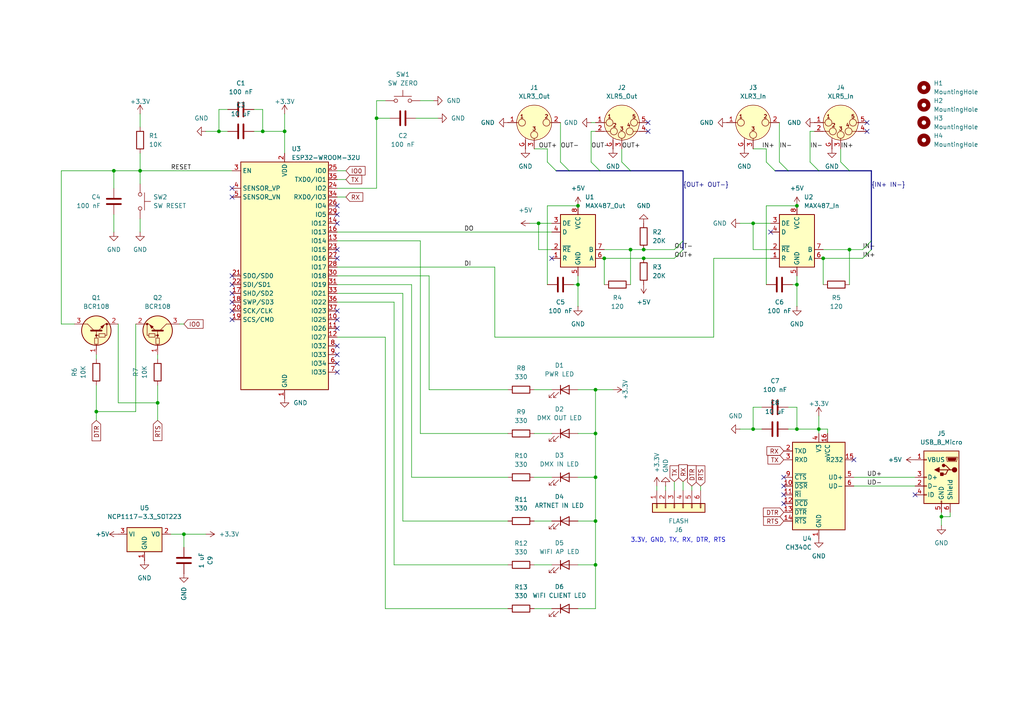
<source format=kicad_sch>
(kicad_sch (version 20250114) (generator "eeschema") (generator_version "9.0")
  (paper "A4")
  (lib_symbols
    (symbol "Connector:USB_B_Micro" (pin_names (offset 1.016))
      (property "Reference" "J" (at -5.08 11.43 0))
      (property "Value" "USB_B_Micro" (at -5.08 8.89 0))
      (symbol "USB_B_Micro_1_1"
        (pin passive line (at -2.54 -10.16 90) (length 2.54) (name "Shield") (number "6"))
        (pin power_out line (at 0 -10.16 90) (length 2.54) (name "GND") (number "5"))
        (pin power_out line (at 7.62 5.08 180) (length 2.54) (name "VBUS") (number "1"))
        (pin bidirectional line (at 7.62 0 180) (length 2.54) (name "D+") (number "3"))
        (pin bidirectional line (at 7.62 -2.54 180) (length 2.54) (name "D-") (number "2"))
        (pin passive line (at 7.62 -5.08 180) (length 2.54) (name "ID") (number "4"))
      )
    )
    (symbol "Connector_Audio:XLR3_Ground" (pin_names (hide yes))
      (property "Reference" "J" (at 0 8.89 0))
      (property "Value" "XLR3_Ground" (at 0 6.35 0))
      (symbol "XLR3_Ground_0_1"
        (text "1" (at -3.556 1.778 0) (effects (font (size 1.016 1.016) (bold yes))))
        (text "3" (at 0 -1.778 0) (effects (font (size 1.016 1.016) (bold yes))))
        (text "2" (at 3.556 1.778 0) (effects (font (size 1.016 1.016) (bold yes))))
        (pin passive line (at -7.62 0 0) (length 2.54) (name "~") (number "1"))
        (pin passive line (at 0 -7.62 90) (length 2.54) (name "~") (number "3"))
        (pin passive line (at 7.62 0 180) (length 2.54) (name "~") (number "2"))
      )
      (symbol "XLR3_Ground_1_1"
        (pin passive line (at -2.54 -7.62 90) (length 2.54) (name "~") (number "G"))
      )
    )
    (symbol "Connector_Audio:XLR5_Ground" (pin_names (hide yes))
      (property "Reference" "J" (at 0 8.89 0))
      (property "Value" "XLR5_Ground" (at 0 6.35 0))
      (symbol "XLR5_Ground_0_1"
        (text "1" (at -3.556 1.778 0) (effects (font (size 1.016 1.016) (bold yes))))
        (text "2" (at -2.032 -0.762 0) (effects (font (size 1.016 1.016) (bold yes))))
        (text "3" (at 0 -1.778 0) (effects (font (size 1.016 1.016) (bold yes))))
        (text "4" (at 2.032 -0.762 0) (effects (font (size 1.016 1.016) (bold yes))))
        (text "5" (at 3.556 1.778 0) (effects (font (size 1.016 1.016) (bold yes))))
      )
      (symbol "XLR5_Ground_1_1"
        (pin passive line (at -7.62 0 0) (length 2.54) (name "P1") (number "1"))
        (pin passive line (at -7.62 -2.54 0) (length 2.54) (name "P2") (number "2"))
        (pin passive line (at -2.54 -7.62 90) (length 2.54) (name "~") (number "G"))
        (pin passive line (at 0 -7.62 90) (length 2.54) (name "P3") (number "3"))
        (pin passive line (at 7.62 0 180) (length 2.54) (name "P5") (number "5"))
        (pin passive line (at 7.62 -2.54 180) (length 2.54) (name "P3") (number "4"))
      )
    )
    (symbol "Connector_Generic:Conn_01x06" (pin_names (offset 1.016) (hide yes))
      (property "Reference" "J" (at 0 7.62 0))
      (property "Value" "Conn_01x06" (at 0 -10.16 0))
      (symbol "Conn_01x06_1_1"
        (pin passive line (at -5.08 5.08 0) (length 3.81) (name "Pin_1") (number "1"))
        (pin passive line (at -5.08 2.54 0) (length 3.81) (name "Pin_2") (number "2"))
        (pin passive line (at -5.08 0 0) (length 3.81) (name "Pin_3") (number "3"))
        (pin passive line (at -5.08 -2.54 0) (length 3.81) (name "Pin_4") (number "4"))
        (pin passive line (at -5.08 -5.08 0) (length 3.81) (name "Pin_5") (number "5"))
        (pin passive line (at -5.08 -7.62 0) (length 3.81) (name "Pin_6") (number "6"))
      )
    )
    (symbol "Device:C" (pin_numbers (hide yes)) (pin_names (offset 0.254))
      (property "Reference" "C" (at 0.635 2.54 0))
      (property "Value" "C" (at 0.635 -2.54 0))
      (symbol "C_1_1"
        (pin passive line (at 0 3.81 270) (length 2.794) (name "~") (number "1"))
        (pin passive line (at 0 -3.81 90) (length 2.794) (name "~") (number "2"))
      )
    )
    (symbol "Device:LED" (pin_numbers (hide yes)) (pin_names (offset 1.016) (hide yes))
      (property "Reference" "D" (at 0 2.54 0))
      (property "Value" "LED" (at 0 -2.54 0))
      (symbol "LED_1_1"
        (pin passive line (at -3.81 0 0) (length 2.54) (name "K") (number "1"))
        (pin passive line (at 3.81 0 180) (length 2.54) (name "A") (number "2"))
      )
    )
    (symbol "Device:R" (pin_numbers (hide yes)) (pin_names (offset 0))
      (property "Reference" "R" (at 2.032 0 90))
      (property "Value" "R" (at 0 0 90))
      (symbol "R_1_1"
        (pin passive line (at 0 3.81 270) (length 1.27) (name "~") (number "1"))
        (pin passive line (at 0 -3.81 90) (length 1.27) (name "~") (number "2"))
      )
    )
    (symbol "Interface_UART:SN75176AD"
      (property "Reference" "U" (at -4.318 8.89 0))
      (property "Value" "SN75176AD" (at 1.016 8.89 0))
      (symbol "SN75176AD_1_1"
        (pin input line (at -7.62 5.08 0) (length 2.54) (name "DE") (number "3"))
        (pin input line (at -7.62 2.54 0) (length 2.54) (name "D") (number "4"))
        (pin input line (at -7.62 -2.54 0) (length 2.54) (name "~{RE}") (number "2"))
        (pin output line (at -7.62 -5.08 0) (length 2.54) (name "R") (number "1"))
        (pin power_in line (at 0 10.16 270) (length 2.54) (name "VCC") (number "8"))
        (pin power_in line (at 0 -10.16 90) (length 2.54) (name "GND") (number "5"))
        (pin bidirectional line (at 7.62 -2.54 180) (length 2.54) (name "B") (number "7"))
        (pin bidirectional line (at 7.62 -5.08 180) (length 2.54) (name "A") (number "6"))
      )
    )
    (symbol "Interface_USB:CH340C"
      (property "Reference" "U4" (at 2.0194 -15.24 0))
      (property "Value" "CH340C" (at 2.0194 -17.78 0))
      (symbol "CH340C_1_1"
        (pin input line (at -10.16 7.62 0) (length 2.54) (name "R232") (number "15"))
        (pin bidirectional line (at -10.16 2.54 0) (length 2.54) (name "UD+") (number "5"))
        (pin bidirectional line (at -10.16 0 0) (length 2.54) (name "UD-") (number "6"))
        (pin no_connect line (at -7.62 -5.08 0) (length 2.54) (hide yes) (name "NC") (number "7"))
        (pin no_connect line (at -7.62 -7.62 0) (length 2.54) (hide yes) (name "NC") (number "8"))
        (pin power_in line (at -2.54 15.24 270) (length 2.54) (name "VCC") (number "16"))
        (pin power_in line (at 0 15.24 270) (length 2.54) (name "V3") (number "4"))
        (pin power_in line (at 0 -15.24 90) (length 2.54) (name "GND") (number "1"))
        (pin output line (at 10.16 10.16 180) (length 2.54) (name "TXD") (number "2"))
        (pin input line (at 10.16 7.62 180) (length 2.54) (name "RXD") (number "3"))
        (pin input line (at 10.16 2.54 180) (length 2.54) (name "~{CTS}") (number "9"))
        (pin input line (at 10.16 0 180) (length 2.54) (name "~{DSR}") (number "10"))
        (pin input line (at 10.16 -2.54 180) (length 2.54) (name "~{RI}") (number "11"))
        (pin input line (at 10.16 -5.08 180) (length 2.54) (name "~{DCD}") (number "12"))
        (pin output line (at 10.16 -7.62 180) (length 2.54) (name "~{DTR}") (number "13"))
        (pin output line (at 10.16 -10.16 180) (length 2.54) (name "~{RTS}") (number "14"))
      )
    )
    (symbol "Mechanical:MountingHole" (pin_names (offset 1.016))
      (property "Reference" "H" (at 0 5.08 0))
      (property "Value" "MountingHole" (at 0 3.175 0))
    )
    (symbol "PCM_Transistor_BJT_Pre-Biased_AKL:BCR108" (pin_names (hide yes))
      (property "Reference" "Q" (at 3.81 1.27 0))
      (property "Value" "BCR108" (at 3.81 -1.27 0))
      (symbol "BCR108_1_1"
        (pin input line (at -7.62 0 0) (length 2.54) (name "B") (number "1"))
        (pin passive line (at 1.27 6.35 270) (length 2.54) (name "C") (number "3"))
        (pin passive line (at 1.27 -6.35 90) (length 2.54) (name "E") (number "2"))
      )
    )
    (symbol "RF_Module:ESP32-WROOM-32U"
      (property "Reference" "U" (at -12.7 34.29 0))
      (property "Value" "ESP32-WROOM-32U" (at 1.27 34.29 0))
      (symbol "ESP32-WROOM-32U_1_1"
        (pin input line (at -15.24 30.48 0) (length 2.54) (name "EN") (number "3"))
        (pin input line (at -15.24 25.4 0) (length 2.54) (name "SENSOR_VP") (number "4"))
        (pin input line (at -15.24 22.86 0) (length 2.54) (name "SENSOR_VN") (number "5"))
        (pin bidirectional line (at -15.24 0 0) (length 2.54) (name "SDO/SD0") (number "21"))
        (pin bidirectional line (at -15.24 -2.54 0) (length 2.54) (name "SDI/SD1") (number "22"))
        (pin bidirectional line (at -15.24 -5.08 0) (length 2.54) (name "SHD/SD2") (number "17"))
        (pin bidirectional line (at -15.24 -7.62 0) (length 2.54) (name "SWP/SD3") (number "18"))
        (pin bidirectional line (at -15.24 -10.16 0) (length 2.54) (name "SCK/CLK") (number "20"))
        (pin bidirectional line (at -15.24 -12.7 0) (length 2.54) (name "SCS/CMD") (number "19"))
        (pin no_connect line (at -12.7 -27.94 0) (length 2.54) (hide yes) (name "NC") (number "32"))
        (pin power_in line (at 0 35.56 270) (length 2.54) (name "VDD") (number "2"))
        (pin power_in line (at 0 -35.56 90) (length 2.54) (name "GND") (number "1"))
        (pin passive line (at 0 -35.56 90) (length 2.54) (hide yes) (name "GND") (number "15"))
        (pin passive line (at 0 -35.56 90) (length 2.54) (hide yes) (name "GND") (number "38"))
        (pin passive line (at 0 -35.56 90) (length 2.54) (hide yes) (name "GND") (number "39"))
        (pin bidirectional line (at 15.24 30.48 180) (length 2.54) (name "IO0") (number "25"))
        (pin bidirectional line (at 15.24 27.94 180) (length 2.54) (name "TXD0/IO1") (number "35"))
        (pin bidirectional line (at 15.24 25.4 180) (length 2.54) (name "IO2") (number "24"))
        (pin bidirectional line (at 15.24 22.86 180) (length 2.54) (name "RXD0/IO3") (number "34"))
        (pin bidirectional line (at 15.24 20.32 180) (length 2.54) (name "IO4") (number "26"))
        (pin bidirectional line (at 15.24 17.78 180) (length 2.54) (name "IO5") (number "29"))
        (pin bidirectional line (at 15.24 15.24 180) (length 2.54) (name "IO12") (number "14"))
        (pin bidirectional line (at 15.24 12.7 180) (length 2.54) (name "IO13") (number "16"))
        (pin bidirectional line (at 15.24 10.16 180) (length 2.54) (name "IO14") (number "13"))
        (pin bidirectional line (at 15.24 7.62 180) (length 2.54) (name "IO15") (number "23"))
        (pin bidirectional line (at 15.24 5.08 180) (length 2.54) (name "IO16") (number "27"))
        (pin bidirectional line (at 15.24 2.54 180) (length 2.54) (name "IO17") (number "28"))
        (pin bidirectional line (at 15.24 0 180) (length 2.54) (name "IO18") (number "30"))
        (pin bidirectional line (at 15.24 -2.54 180) (length 2.54) (name "IO19") (number "31"))
        (pin bidirectional line (at 15.24 -5.08 180) (length 2.54) (name "IO21") (number "33"))
        (pin bidirectional line (at 15.24 -7.62 180) (length 2.54) (name "IO22") (number "36"))
        (pin bidirectional line (at 15.24 -10.16 180) (length 2.54) (name "IO23") (number "37"))
        (pin bidirectional line (at 15.24 -12.7 180) (length 2.54) (name "IO25") (number "10"))
        (pin bidirectional line (at 15.24 -15.24 180) (length 2.54) (name "IO26") (number "11"))
        (pin bidirectional line (at 15.24 -17.78 180) (length 2.54) (name "IO27") (number "12"))
        (pin bidirectional line (at 15.24 -20.32 180) (length 2.54) (name "IO32") (number "8"))
        (pin bidirectional line (at 15.24 -22.86 180) (length 2.54) (name "IO33") (number "9"))
        (pin input line (at 15.24 -25.4 180) (length 2.54) (name "IO34") (number "6"))
        (pin input line (at 15.24 -27.94 180) (length 2.54) (name "IO35") (number "7"))
      )
    )
    (symbol "Regulator_Linear:NCP1117-3.3_SOT223"
      (property "Reference" "U" (at -3.81 3.175 0))
      (property "Value" "NCP1117-3.3_SOT223" (at 0 3.175 0))
      (symbol "NCP1117-3.3_SOT223_1_1"
        (pin power_in line (at -7.62 0 0) (length 2.54) (name "VI") (number "3"))
        (pin power_in line (at 0 -7.62 90) (length 2.54) (name "GND") (number "1"))
        (pin power_out line (at 7.62 0 180) (length 2.54) (name "VO") (number "2"))
      )
    )
    (symbol "Switch:SW_Push" (pin_numbers (hide yes)) (pin_names (offset 1.016) (hide yes))
      (property "Reference" "SW" (at 1.27 2.54 0))
      (property "Value" "SW_Push" (at 0 -1.524 0))
      (symbol "SW_Push_0_1"
        (pin passive line (at -5.08 0 0) (length 2.54) (name "1") (number "1"))
        (pin passive line (at 5.08 0 180) (length 2.54) (name "2") (number "2"))
      )
    )
    (symbol "power:+3.3V" (power) (pin_numbers (hide yes)) (pin_names (offset 0) (hide yes))
      (property "Value" "+3.3V" (at 0 3.556 0))
      (symbol "+3.3V_1_1"
        (pin power_in line (at 0 0 90) (length 0) (name "~") (number "1"))
      )
    )
    (symbol "power:+5V" (power) (pin_numbers (hide yes)) (pin_names (offset 0) (hide yes))
      (property "Value" "+5V" (at 0 3.556 0))
      (symbol "+5V_1_1"
        (pin power_in line (at 0 0 90) (length 0) (name "~") (number "1"))
      )
    )
    (symbol "power:GND" (power) (pin_numbers (hide yes)) (pin_names (offset 0) (hide yes))
      (property "Value" "GND" (at 0 -3.81 0))
      (symbol "GND_1_1"
        (pin power_in line (at 0 0 270) (length 0) (name "~") (number "1"))
      )
    )
  )
  (text "3.3V, GND, TX, RX, DTR, RTS" (at 182.88 157.48 0) (effects (font (size 1.27 1.27)) (justify left bottom)))
  (junction (at 172.72 151.13))
  (junction (at 175.26 74.93))
  (junction (at 27.94 119.38))
  (junction (at 156.21 64.77))
  (junction (at 172.72 163.83))
  (junction (at 40.64 49.53))
  (junction (at 172.72 138.43))
  (junction (at 182.88 72.39))
  (junction (at 167.64 59.69))
  (junction (at 186.69 74.93))
  (junction (at 273.05 149.86))
  (junction (at 246.38 72.39))
  (junction (at 237.49 124.46))
  (junction (at 218.44 64.77))
  (junction (at 231.14 59.69))
  (junction (at 231.14 124.46))
  (junction (at 76.2 38.1))
  (junction (at 82.55 38.1))
  (junction (at 167.64 82.55))
  (junction (at 45.72 116.84))
  (junction (at 218.44 124.46))
  (junction (at 53.34 154.94))
  (junction (at 231.14 82.55))
  (junction (at 109.22 34.29))
  (junction (at 238.76 74.93))
  (junction (at 63.5 38.1))
  (junction (at 172.72 113.03))
  (junction (at 186.69 72.39))
  (junction (at 33.02 49.53))
  (junction (at 172.72 125.73))
  (no_connect (at 67.31 57.15))
  (no_connect (at 97.79 64.77))
  (no_connect (at 97.79 72.39))
  (no_connect (at 227.33 140.97))
  (no_connect (at 251.46 35.56))
  (no_connect (at 251.46 38.1))
  (no_connect (at 67.31 92.71))
  (no_connect (at 97.79 107.95))
  (no_connect (at 187.96 38.1))
  (no_connect (at 187.96 35.56))
  (no_connect (at 160.02 74.93))
  (no_connect (at 247.65 133.35))
  (no_connect (at 97.79 59.69))
  (no_connect (at 227.33 143.51))
  (no_connect (at 97.79 105.41))
  (no_connect (at 97.79 62.23))
  (no_connect (at 67.31 85.09))
  (no_connect (at 97.79 74.93))
  (no_connect (at 227.33 138.43))
  (no_connect (at 97.79 100.33))
  (no_connect (at 67.31 82.55))
  (no_connect (at 97.79 92.71))
  (no_connect (at 67.31 90.17))
  (no_connect (at 227.33 146.05))
  (no_connect (at 97.79 102.87))
  (no_connect (at 97.79 90.17))
  (no_connect (at 67.31 87.63))
  (no_connect (at 97.79 95.25))
  (no_connect (at 265.43 143.51))
  (no_connect (at 223.52 67.31))
  (no_connect (at 67.31 80.01))
  (no_connect (at 67.31 54.61))
  (bus_entry (at 195.58 72.39) (size 2.54 -2.54))
  (bus_entry (at 234.95 46.99) (size 2.54 2.54))
  (bus_entry (at 243.84 46.99) (size 2.54 2.54))
  (bus_entry (at 252.73 69.85) (size -2.54 2.54))
  (bus_entry (at 252.73 72.39) (size -2.54 2.54))
  (bus_entry (at 161.29 49.53) (size -2.54 -2.54))
  (bus_entry (at 182.88 49.53) (size -2.54 -2.54))
  (bus_entry (at 195.58 74.93) (size 2.54 -2.54))
  (bus_entry (at 165.1 49.53) (size -2.54 -2.54))
  (bus_entry (at 224.79 49.53) (size -2.54 -2.54))
  (bus_entry (at 228.6 49.53) (size -2.54 -2.54))
  (bus_entry (at 173.99 49.53) (size -2.54 -2.54))
  (wire (pts (xy 63.5 31.75) (xy 63.5 38.1)))
  (wire (pts (xy 234.95 38.1) (xy 234.95 46.99)))
  (wire (pts (xy 119.38 138.43) (xy 147.32 138.43)))
  (wire (pts (xy 172.72 125.73) (xy 172.72 138.43)))
  (wire (pts (xy 160.02 64.77) (xy 156.21 64.77)))
  (bus (pts (xy 252.73 69.85) (xy 252.73 72.39)))
  (wire (pts (xy 111.76 176.53) (xy 111.76 97.79)))
  (wire (pts (xy 273.05 149.86) (xy 273.05 148.59)))
  (wire (pts (xy 156.21 64.77) (xy 156.21 72.39)))
  (wire (pts (xy 120.65 34.29) (xy 127 34.29)))
  (wire (pts (xy 34.29 93.98) (xy 34.29 116.84)))
  (wire (pts (xy 247.65 138.43) (xy 265.43 138.43)))
  (wire (pts (xy 17.78 49.53) (xy 33.02 49.53)))
  (wire (pts (xy 222.25 46.99) (xy 222.25 43.18)))
  (wire (pts (xy 172.72 113.03) (xy 177.8 113.03)))
  (wire (pts (xy 237.49 120.65) (xy 237.49 124.46)))
  (wire (pts (xy 17.78 49.53) (xy 17.78 93.98)))
  (wire (pts (xy 53.34 158.75) (xy 53.34 154.94)))
  (wire (pts (xy 226.06 35.56) (xy 226.06 46.99)))
  (wire (pts (xy 167.64 113.03) (xy 172.72 113.03)))
  (wire (pts (xy 34.29 116.84) (xy 45.72 116.84)))
  (bus (pts (xy 173.99 49.53) (xy 182.88 49.53)))
  (wire (pts (xy 121.92 69.85) (xy 97.79 69.85)))
  (wire (pts (xy 158.75 59.69) (xy 158.75 82.55)))
  (wire (pts (xy 76.2 38.1) (xy 82.55 38.1)))
  (wire (pts (xy 27.94 102.87) (xy 27.94 104.14)))
  (wire (pts (xy 167.64 138.43) (xy 172.72 138.43)))
  (wire (pts (xy 247.65 140.97) (xy 265.43 140.97)))
  (wire (pts (xy 198.12 139.7) (xy 198.12 142.24)))
  (wire (pts (xy 116.84 85.09) (xy 116.84 151.13)))
  (wire (pts (xy 167.64 125.73) (xy 172.72 125.73)))
  (wire (pts (xy 228.6 124.46) (xy 231.14 124.46)))
  (wire (pts (xy 97.79 87.63) (xy 114.3 87.63)))
  (wire (pts (xy 222.25 43.18) (xy 218.44 43.18)))
  (wire (pts (xy 82.55 33.02) (xy 82.55 38.1)))
  (wire (pts (xy 167.64 82.55) (xy 167.64 80.01)))
  (wire (pts (xy 53.34 93.98) (xy 52.07 93.98)))
  (wire (pts (xy 167.64 88.9) (xy 167.64 82.55)))
  (wire (pts (xy 220.98 118.11) (xy 218.44 118.11)))
  (wire (pts (xy 111.76 97.79) (xy 97.79 97.79)))
  (wire (pts (xy 218.44 118.11) (xy 218.44 124.46)))
  (wire (pts (xy 172.72 35.56) (xy 171.45 35.56)))
  (wire (pts (xy 40.64 33.02) (xy 40.64 36.83)))
  (bus (pts (xy 237.49 49.53) (xy 246.38 49.53)))
  (wire (pts (xy 40.64 53.34) (xy 40.64 49.53)))
  (wire (pts (xy 45.72 102.87) (xy 45.72 104.14)))
  (wire (pts (xy 273.05 152.4) (xy 273.05 149.86)))
  (wire (pts (xy 27.94 119.38) (xy 39.37 119.38)))
  (wire (pts (xy 175.26 74.93) (xy 175.26 82.55)))
  (bus (pts (xy 198.12 69.85) (xy 198.12 49.53)))
  (wire (pts (xy 172.72 138.43) (xy 172.72 151.13)))
  (wire (pts (xy 166.37 82.55) (xy 167.64 82.55)))
  (wire (pts (xy 63.5 38.1) (xy 66.04 38.1)))
  (wire (pts (xy 218.44 72.39) (xy 218.44 64.77)))
  (wire (pts (xy 124.46 80.01) (xy 97.79 80.01)))
  (wire (pts (xy 143.51 77.47) (xy 97.79 77.47)))
  (wire (pts (xy 182.88 72.39) (xy 182.88 82.55)))
  (wire (pts (xy 53.34 154.94) (xy 59.69 154.94)))
  (wire (pts (xy 40.64 49.53) (xy 33.02 49.53)))
  (wire (pts (xy 171.45 38.1) (xy 172.72 38.1)))
  (wire (pts (xy 27.94 111.76) (xy 27.94 119.38)))
  (wire (pts (xy 109.22 29.21) (xy 111.76 29.21)))
  (bus (pts (xy 161.29 49.53) (xy 165.1 49.53)))
  (wire (pts (xy 172.72 163.83) (xy 172.72 176.53)))
  (wire (pts (xy 156.21 72.39) (xy 160.02 72.39)))
  (wire (pts (xy 21.59 93.98) (xy 17.78 93.98)))
  (wire (pts (xy 109.22 34.29) (xy 113.03 34.29)))
  (wire (pts (xy 154.94 163.83) (xy 160.02 163.83)))
  (wire (pts (xy 53.34 154.94) (xy 49.53 154.94)))
  (wire (pts (xy 39.37 93.98) (xy 39.37 119.38)))
  (wire (pts (xy 207.01 74.93) (xy 207.01 97.79)))
  (wire (pts (xy 33.02 49.53) (xy 33.02 54.61)))
  (wire (pts (xy 40.64 49.53) (xy 67.31 49.53)))
  (wire (pts (xy 229.87 82.55) (xy 231.14 82.55)))
  (wire (pts (xy 116.84 151.13) (xy 147.32 151.13)))
  (wire (pts (xy 218.44 64.77) (xy 223.52 64.77)))
  (wire (pts (xy 237.49 124.46) (xy 237.49 125.73)))
  (bus (pts (xy 198.12 72.39) (xy 198.12 69.85)))
  (wire (pts (xy 218.44 124.46) (xy 220.98 124.46)))
  (wire (pts (xy 154.94 138.43) (xy 160.02 138.43)))
  (wire (pts (xy 175.26 74.93) (xy 186.69 74.93)))
  (wire (pts (xy 162.56 35.56) (xy 162.56 46.99)))
  (wire (pts (xy 116.84 85.09) (xy 97.79 85.09)))
  (wire (pts (xy 240.03 125.73) (xy 240.03 124.46)))
  (bus (pts (xy 182.88 49.53) (xy 198.12 49.53)))
  (wire (pts (xy 82.55 38.1) (xy 82.55 44.45)))
  (wire (pts (xy 231.14 118.11) (xy 231.14 124.46)))
  (wire (pts (xy 143.51 97.79) (xy 207.01 97.79)))
  (wire (pts (xy 203.2 140.97) (xy 203.2 142.24)))
  (wire (pts (xy 73.66 31.75) (xy 76.2 31.75)))
  (wire (pts (xy 158.75 43.18) (xy 154.94 43.18)))
  (wire (pts (xy 27.94 119.38) (xy 27.94 121.92)))
  (wire (pts (xy 246.38 72.39) (xy 250.19 72.39)))
  (wire (pts (xy 111.76 176.53) (xy 147.32 176.53)))
  (wire (pts (xy 97.79 54.61) (xy 109.22 54.61)))
  (wire (pts (xy 186.69 72.39) (xy 195.58 72.39)))
  (wire (pts (xy 175.26 72.39) (xy 182.88 72.39)))
  (wire (pts (xy 114.3 87.63) (xy 114.3 163.83)))
  (wire (pts (xy 222.25 82.55) (xy 222.25 59.69)))
  (wire (pts (xy 231.14 124.46) (xy 237.49 124.46)))
  (wire (pts (xy 172.72 113.03) (xy 172.72 125.73)))
  (wire (pts (xy 200.66 140.97) (xy 200.66 142.24)))
  (wire (pts (xy 45.72 111.76) (xy 45.72 116.84)))
  (wire (pts (xy 153.67 64.77) (xy 156.21 64.77)))
  (wire (pts (xy 119.38 82.55) (xy 97.79 82.55)))
  (wire (pts (xy 154.94 125.73) (xy 160.02 125.73)))
  (bus (pts (xy 224.79 49.53) (xy 228.6 49.53)))
  (wire (pts (xy 40.64 44.45) (xy 40.64 49.53)))
  (wire (pts (xy 240.03 124.46) (xy 237.49 124.46)))
  (wire (pts (xy 109.22 54.61) (xy 109.22 34.29)))
  (wire (pts (xy 172.72 151.13) (xy 172.72 163.83)))
  (wire (pts (xy 231.14 82.55) (xy 231.14 80.01)))
  (wire (pts (xy 193.04 140.97) (xy 193.04 142.24)))
  (wire (pts (xy 167.64 176.53) (xy 172.72 176.53)))
  (wire (pts (xy 100.33 52.07) (xy 97.79 52.07)))
  (wire (pts (xy 45.72 121.92) (xy 45.72 116.84)))
  (wire (pts (xy 125.73 29.21) (xy 121.92 29.21)))
  (wire (pts (xy 246.38 72.39) (xy 246.38 82.55)))
  (wire (pts (xy 109.22 34.29) (xy 109.22 29.21)))
  (wire (pts (xy 143.51 97.79) (xy 143.51 77.47)))
  (wire (pts (xy 97.79 49.53) (xy 100.33 49.53)))
  (wire (pts (xy 66.04 31.75) (xy 63.5 31.75)))
  (wire (pts (xy 167.64 59.69) (xy 158.75 59.69)))
  (wire (pts (xy 171.45 38.1) (xy 171.45 46.99)))
  (wire (pts (xy 154.94 176.53) (xy 160.02 176.53)))
  (wire (pts (xy 119.38 82.55) (xy 119.38 138.43)))
  (wire (pts (xy 195.58 139.7) (xy 195.58 142.24)))
  (bus (pts (xy 252.73 49.53) (xy 252.73 69.85)))
  (wire (pts (xy 234.95 38.1) (xy 236.22 38.1)))
  (wire (pts (xy 238.76 74.93) (xy 250.19 74.93)))
  (bus (pts (xy 165.1 49.53) (xy 173.99 49.53)))
  (wire (pts (xy 33.02 62.23) (xy 33.02 67.31)))
  (wire (pts (xy 167.64 151.13) (xy 172.72 151.13)))
  (wire (pts (xy 190.5 140.97) (xy 190.5 142.24)))
  (wire (pts (xy 124.46 113.03) (xy 147.32 113.03)))
  (wire (pts (xy 154.94 113.03) (xy 160.02 113.03)))
  (wire (pts (xy 167.64 163.83) (xy 172.72 163.83)))
  (wire (pts (xy 231.14 88.9) (xy 231.14 82.55)))
  (wire (pts (xy 40.64 63.5) (xy 40.64 67.31)))
  (wire (pts (xy 154.94 151.13) (xy 160.02 151.13)))
  (wire (pts (xy 121.92 125.73) (xy 121.92 69.85)))
  (wire (pts (xy 180.34 46.99) (xy 180.34 43.18)))
  (wire (pts (xy 124.46 80.01) (xy 124.46 113.03)))
  (wire (pts (xy 97.79 67.31) (xy 160.02 67.31)))
  (wire (pts (xy 238.76 72.39) (xy 246.38 72.39)))
  (wire (pts (xy 214.63 64.77) (xy 218.44 64.77)))
  (wire (pts (xy 59.69 38.1) (xy 63.5 38.1)))
  (wire (pts (xy 73.66 38.1) (xy 76.2 38.1)))
  (wire (pts (xy 158.75 46.99) (xy 158.75 43.18)))
  (wire (pts (xy 76.2 31.75) (xy 76.2 38.1)))
  (wire (pts (xy 222.25 59.69) (xy 231.14 59.69)))
  (wire (pts (xy 228.6 118.11) (xy 231.14 118.11)))
  (wire (pts (xy 223.52 72.39) (xy 218.44 72.39)))
  (wire (pts (xy 97.79 57.15) (xy 100.33 57.15)))
  (wire (pts (xy 114.3 163.83) (xy 147.32 163.83)))
  (bus (pts (xy 228.6 49.53) (xy 237.49 49.53)))
  (wire (pts (xy 121.92 125.73) (xy 147.32 125.73)))
  (wire (pts (xy 214.63 124.46) (xy 218.44 124.46)))
  (wire (pts (xy 238.76 74.93) (xy 238.76 82.55)))
  (wire (pts (xy 207.01 74.93) (xy 223.52 74.93)))
  (bus (pts (xy 246.38 49.53) (xy 252.73 49.53)))
  (wire (pts (xy 186.69 74.93) (xy 195.58 74.93)))
  (wire (pts (xy 275.59 149.86) (xy 273.05 149.86)))
  (wire (pts (xy 275.59 149.86) (xy 275.59 148.59)))
  (wire (pts (xy 182.88 72.39) (xy 186.69 72.39)))
  (wire (pts (xy 243.84 46.99) (xy 243.84 43.18)))
  (label "RESET" (at 49.53 49.53 0))
  (label "IN-" (at 250.19 72.39 0))
  (label "UD+" (at 251.46 138.43 0))
  (label "OUT-" (at 195.58 72.39 0))
  (label "DI" (at 134.62 77.47 0))
  (label "IN-" (at 226.06 43.18 0))
  (label "OUT-" (at 162.56 43.18 0))
  (label "IN-" (at 234.95 43.18 0))
  (label "IN+" (at 243.84 43.18 0))
  (label "OUT+" (at 180.34 43.18 0))
  (label "IN+" (at 250.19 74.93 0))
  (label "{IN+ IN-}" (at 252.73 54.61 0))
  (label "{OUT+ OUT-}" (at 198.12 54.61 0))
  (label "OUT+" (at 195.58 74.93 0))
  (label "OUT-" (at 171.45 43.18 0))
  (label "IN+" (at 220.98 43.18 0))
  (label "DO" (at 134.62 67.31 0))
  (label "OUT+" (at 156.21 43.18 0))
  (label "UD-" (at 251.46 140.97 0))
  (global_label "DTR" (shape input) (at 27.94 121.92 270) (property "Intersheetrefs" "${INTERSHEET_REFS}" (effects (hide yes))))
  (global_label "RTS" (shape input) (at 45.72 121.92 270) (property "Intersheetrefs" "${INTERSHEET_REFS}" (effects (hide yes))))
  (global_label "RX" (shape input) (at 227.33 130.81 180) (property "Intersheetrefs" "${INTERSHEET_REFS}" (effects (hide yes))))
  (global_label "DTR" (shape input) (at 227.33 148.59 180) (property "Intersheetrefs" "${INTERSHEET_REFS}" (effects (hide yes))))
  (global_label "RTS" (shape input) (at 203.2 140.97 90) (property "Intersheetrefs" "${INTERSHEET_REFS}" (effects (hide yes))))
  (global_label "IO0" (shape input) (at 53.34 93.98 0) (property "Intersheetrefs" "${INTERSHEET_REFS}" (effects (hide yes))))
  (global_label "DTR" (shape input) (at 200.66 140.97 90) (property "Intersheetrefs" "${INTERSHEET_REFS}" (effects (hide yes))))
  (global_label "TX" (shape input) (at 100.33 52.07 0) (property "Intersheetrefs" "${INTERSHEET_REFS}" (effects (hide yes))))
  (global_label "RTS" (shape input) (at 227.33 151.13 180) (property "Intersheetrefs" "${INTERSHEET_REFS}" (effects (hide yes))))
  (global_label "RX" (shape input) (at 100.33 57.15 0) (property "Intersheetrefs" "${INTERSHEET_REFS}" (effects (hide yes))))
  (global_label "TX" (shape input) (at 227.33 133.35 180) (property "Intersheetrefs" "${INTERSHEET_REFS}" (effects (hide yes))))
  (global_label "TX" (shape input) (at 195.58 139.7 90) (property "Intersheetrefs" "${INTERSHEET_REFS}" (effects (hide yes))))
  (global_label "IO0" (shape input) (at 100.33 49.53 0) (property "Intersheetrefs" "${INTERSHEET_REFS}" (effects (hide yes))))
  (global_label "RX" (shape input) (at 198.12 139.7 90) (property "Intersheetrefs" "${INTERSHEET_REFS}" (effects (hide yes))))
  (symbol (lib_id "power:GND") (at 231.14 88.9 0) (unit 1)
    (property "Reference" "#PWR023" (effects (hide yes)))
    (property "Value" "GND" (at 231.14 93.98 0))
    (property "Description" "Power symbol creates a global label with name \"GND\" , ground" (effects (hide yes)))
  )
  (symbol (lib_id "Device:C") (at 224.79 118.11 90) (unit 1)
    (property "Reference" "C7" (at 224.79 110.49 90))
    (property "Value" "100 nF" (at 224.79 113.03 90))
    (property "Footprint" "Capacitor_SMD:C_0805_2012Metric" (effects (hide yes)))
  )
  (symbol (lib_id "Connector_Audio:XLR5_Ground") (at 243.84 35.56 0) (unit 1)
    (property "Reference" "J4" (at 243.84 25.4 0))
    (property "Value" "XLR5_In" (at 243.84 27.94 0))
    (property "Footprint" "Connector_Audio:Jack_XLR_Neutrik_NC5MAH_Horizontal" (effects (hide yes)))
    (property "Description" "Neutrik NC5MAH" (effects (hide yes)))
  )
  (symbol (lib_id "Interface_UART:SN75176AD") (at 231.14 69.85 0) (unit 1)
    (property "Reference" "U2" (at 233.1594 57.15 0) (effects (justify left)))
    (property "Value" "MAX487_In" (at 233.1594 59.69 0) (effects (justify left)))
    (property "Footprint" "Package_SO:SOIC-8_3.9x4.9mm_P1.27mm" (effects (hide yes)))
    (property "Datasheet" "http://www.ti.com/lit/ds/symlink/sn75176a.pdf" (effects (hide yes)))
    (property "Description" "MAX487EESA+ (can be replaced with TI SN75176BDR)" (effects (hide yes)))
  )
  (symbol (lib_id "power:GND") (at 273.05 152.4 0) (mirror y) (unit 1)
    (property "Reference" "#PWR031" (effects (hide yes)))
    (property "Value" "GND" (at 273.05 157.48 0))
    (property "Description" "Power symbol creates a global label with name \"GND\" , ground" (effects (hide yes)))
  )
  (symbol (lib_id "power:+3.3V") (at 59.69 154.94 270) (unit 1)
    (property "Reference" "#PWR033" (effects (hide yes)))
    (property "Value" "+3.3V" (at 63.5 154.9399 90) (effects (justify left)))
    (property "Description" "Power symbol creates a global label with name \"+3.3V\"" (effects (hide yes)))
  )
  (symbol (lib_id "Device:R") (at 186.69 68.58 0) (unit 1)
    (property "Reference" "R2" (at 189.23 67.3099 0) (effects (justify left)))
    (property "Value" "20K" (at 189.23 69.8499 0) (effects (justify left)))
    (property "Footprint" "Resistor_SMD:R_0805_2012Metric" (effects (hide yes)))
  )
  (symbol (lib_id "Device:R") (at 151.13 125.73 90) (unit 1)
    (property "Reference" "R9" (at 151.13 119.4787 90))
    (property "Value" "330" (at 151.13 122.0187 90))
    (property "Footprint" "Resistor_SMD:R_0805_2012Metric" (effects (hide yes)))
  )
  (symbol (lib_id "Device:R") (at 186.69 78.74 0) (unit 1)
    (property "Reference" "R3" (at 189.23 77.4699 0) (effects (justify left)))
    (property "Value" "20K" (at 189.23 80.0099 0) (effects (justify left)))
    (property "Footprint" "Resistor_SMD:R_0805_2012Metric" (effects (hide yes)))
  )
  (symbol (lib_id "power:GND") (at 193.04 140.97 0) (mirror x) (unit 1)
    (property "Reference" "#PWR030" (effects (hide yes)))
    (property "Value" "GND" (at 193.0399 137.16 90) (effects (justify right)))
    (property "Description" "Power symbol creates a global label with name \"GND\" , ground" (effects (hide yes)))
  )
  (symbol (lib_id "power:GND") (at 127 34.29 90) (unit 1)
    (property "Reference" "#PWR06" (effects (hide yes)))
    (property "Value" "GND" (at 130.81 34.2899 90) (effects (justify right)))
    (property "Description" "Power symbol creates a global label with name \"GND\" , ground" (effects (hide yes)))
  )
  (symbol (lib_id "Device:R") (at 27.94 107.95 0) (mirror y) (unit 1)
    (property "Reference" "R6" (at 21.59 107.95 90))
    (property "Value" "10K" (at 24.13 107.95 90))
    (property "Footprint" "Resistor_SMD:R_0805_2012Metric" (effects (hide yes)))
  )
  (symbol (lib_id "power:GND") (at 210.82 35.56 270) (unit 1)
    (property "Reference" "#PWR09" (effects (hide yes)))
    (property "Value" "GND" (at 207.01 35.5599 90) (effects (justify right)))
    (property "Description" "Power symbol creates a global label with name \"GND\" , ground" (effects (hide yes)))
  )
  (symbol (lib_id "Device:LED") (at 163.83 176.53 0) (unit 1)
    (property "Reference" "D6" (at 162.2425 170.18 0))
    (property "Value" "WIFI CLIENT LED" (at 162.2425 172.72 0))
    (property "Footprint" "LED_SMD:LED_0805_2012Metric" (effects (hide yes)))
    (property "Description" "green LED, https://www.gme.cz/v/1491891/optosupply-osg50805c1e-led-0805-zelena" (effects (hide yes)))
  )
  (symbol (lib_id "Switch:SW_Push") (at 116.84 29.21 0) (unit 1)
    (property "Reference" "SW1" (at 116.84 21.59 0))
    (property "Value" "SW ZERO" (at 116.84 24.13 0))
    (property "Footprint" "Tereza_custom:SW_Push_TD-03XA-T" (effects (hide yes)))
    (property "Description" "WEALTHMETAL TD-03XA-T, https://www.gme.cz/v/1499538/wealthmetal-td-03xa-t-mikrospinac" (effects (hide yes)))
  )
  (symbol (lib_id "Device:R") (at 151.13 151.13 90) (unit 1)
    (property "Reference" "R11" (at 151.13 144.8787 90))
    (property "Value" "330" (at 151.13 147.4187 90))
    (property "Footprint" "Resistor_SMD:R_0805_2012Metric" (effects (hide yes)))
  )
  (symbol (lib_id "Device:C") (at 116.84 34.29 270) (unit 1)
    (property "Reference" "C2" (at 116.84 39.37 90))
    (property "Value" "100 nF" (at 116.84 41.91 90))
    (property "Footprint" "Capacitor_SMD:C_0805_2012Metric" (effects (hide yes)))
  )
  (symbol (lib_id "power:GND") (at 59.69 38.1 270) (unit 1)
    (property "Reference" "#PWR011" (effects (hide yes)))
    (property "Value" "GND" (at 58.42 34.29 90))
    (property "Description" "Power symbol creates a global label with name \"GND\" , ground" (effects (hide yes)))
  )
  (symbol (lib_id "power:GND") (at 33.02 67.31 0) (unit 1)
    (property "Reference" "#PWR019" (effects (hide yes)))
    (property "Value" "GND" (at 33.02 72.39 0))
    (property "Description" "Power symbol creates a global label with name \"GND\" , ground" (effects (hide yes)))
  )
  (symbol (lib_id "Device:R") (at 40.64 40.64 0) (unit 1)
    (property "Reference" "R1" (at 43.18 39.3699 0) (effects (justify left)))
    (property "Value" "10K" (at 43.18 41.9099 0) (effects (justify left)))
    (property "Footprint" "Resistor_SMD:R_0805_2012Metric" (effects (hide yes)))
  )
  (symbol (lib_id "Device:R") (at 151.13 138.43 90) (unit 1)
    (property "Reference" "R10" (at 151.13 132.1787 90))
    (property "Value" "330" (at 151.13 134.7187 90))
    (property "Footprint" "Resistor_SMD:R_0805_2012Metric" (effects (hide yes)))
  )
  (symbol (lib_id "power:GND") (at 214.63 124.46 270) (unit 1)
    (property "Reference" "#PWR027" (effects (hide yes)))
    (property "Value" "GND" (at 213.36 120.65 90))
    (property "Description" "Power symbol creates a global label with name \"GND\" , ground" (effects (hide yes)))
  )
  (symbol (lib_id "Device:C") (at 69.85 38.1 90) (unit 1)
    (property "Reference" "C3" (at 69.85 30.48 90))
    (property "Value" "10 uF" (at 69.85 33.02 90))
    (property "Footprint" "Capacitor_SMD:C_0805_2012Metric" (effects (hide yes)))
  )
  (symbol (lib_id "Device:R") (at 151.13 163.83 90) (unit 1)
    (property "Reference" "R12" (at 151.13 157.5787 90))
    (property "Value" "330" (at 151.13 160.1187 90))
    (property "Footprint" "Resistor_SMD:R_0805_2012Metric" (effects (hide yes)))
  )
  (symbol (lib_id "Device:C") (at 33.02 58.42 0) (unit 1)
    (property "Reference" "C4" (at 29.21 57.1499 0) (effects (justify right)))
    (property "Value" "100 nF" (at 29.21 59.6899 0) (effects (justify right)))
    (property "Footprint" "Capacitor_SMD:C_0805_2012Metric" (effects (hide yes)))
  )
  (symbol (lib_id "power:GND") (at 214.63 64.77 270) (unit 1)
    (property "Reference" "#PWR018" (effects (hide yes)))
    (property "Value" "GND" (at 210.82 64.7699 90) (effects (justify right)))
    (property "Description" "Power symbol creates a global label with name \"GND\" , ground" (effects (hide yes)))
  )
  (symbol (lib_id "Device:C") (at 226.06 82.55 90) (unit 1)
    (property "Reference" "C6" (at 226.06 87.63 90))
    (property "Value" "100 nF" (at 226.06 90.17 90))
    (property "Footprint" "Capacitor_SMD:C_0805_2012Metric" (effects (hide yes)))
  )
  (symbol (lib_id "power:+5V") (at 34.29 154.94 90) (unit 1)
    (property "Reference" "#PWR032" (effects (hide yes)))
    (property "Value" "+5V" (at 31.75 154.9399 90) (effects (justify left)))
    (property "Description" "Power symbol creates a global label with name \"+5V\"" (effects (hide yes)))
  )
  (symbol (lib_id "RF_Module:ESP32-WROOM-32U") (at 82.55 80.01 0) (unit 1)
    (property "Reference" "U3" (at 84.5694 43.18 0) (effects (justify left)))
    (property "Value" "ESP32-WROOM-32U" (at 84.5694 45.72 0) (effects (justify left)))
    (property "Footprint" "RF_Module:ESP32-WROOM-32U" (effects (hide yes)))
    (property "Datasheet" "https://www.espressif.com/sites/default/files/documentation/esp32-wroom-32d_esp32-wroom-32u_datasheet_en.pdf" (effects (hide yes)))
    (property "Description" "ESP32-WROOM-32U-N16" (effects (hide yes)))
  )
  (symbol (lib_id "power:GND") (at 40.64 67.31 0) (unit 1)
    (property "Reference" "#PWR020" (effects (hide yes)))
    (property "Value" "GND" (at 40.64 72.39 0))
    (property "Description" "Power symbol creates a global label with name \"GND\" , ground" (effects (hide yes)))
  )
  (symbol (lib_id "Switch:SW_Push") (at 40.64 58.42 270) (unit 1)
    (property "Reference" "SW2" (at 44.45 57.1499 90) (effects (justify left)))
    (property "Value" "SW RESET" (at 44.45 59.6899 90) (effects (justify left)))
    (property "Footprint" "Tereza_custom:SW_Push_TD-03XA-T" (effects (hide yes)))
    (property "Description" "WEALTHMETAL TD-03XA-T, https://www.gme.cz/v/1499538/wealthmetal-td-03xa-t-mikrospinac" (effects (hide yes)))
  )
  (symbol (lib_id "Device:LED") (at 163.83 151.13 0) (unit 1)
    (property "Reference" "D4" (at 162.2425 144.072 0))
    (property "Value" "ARTNET IN LED" (at 162.2425 146.612 0))
    (property "Footprint" "LED_SMD:LED_0805_2012Metric" (effects (hide yes)))
    (property "Description" "green LED, https://www.gme.cz/v/1491891/optosupply-osg50805c1e-led-0805-zelena" (effects (hide yes)))
  )
  (symbol (lib_id "Mechanical:MountingHole") (at 267.97 25.4 0) (unit 1)
    (property "Reference" "H1" (at 270.7861 24.1299 0) (effects (justify left)))
    (property "Value" "MountingHole" (at 270.7861 26.6699 0) (effects (justify left)))
    (property "Footprint" "MountingHole:MountingHole_2.5mm" (effects (hide yes)))
  )
  (symbol (lib_id "Connector_Audio:XLR5_Ground") (at 180.34 35.56 0) (unit 1)
    (property "Reference" "J2" (at 180.34 25.4 0))
    (property "Value" "XLR5_Out" (at 180.34 27.94 0))
    (property "Footprint" "Connector_Audio:Jack_XLR_Neutrik_NC5FAH_Horizontal" (effects (hide yes)))
    (property "Description" "Neutrik NC5FAH" (effects (hide yes)))
  )
  (symbol (lib_id "Device:R") (at 242.57 82.55 270) (unit 1)
    (property "Reference" "R5" (at 242.57 86.36 90))
    (property "Value" "120" (at 242.57 88.9 90))
    (property "Footprint" "Resistor_SMD:R_0805_2012Metric" (effects (hide yes)))
  )
  (symbol (lib_id "power:+5V") (at 153.67 64.77 90) (unit 1)
    (property "Reference" "#PWR016" (effects (hide yes)))
    (property "Value" "+5V" (at 152.4 60.96 90))
    (property "Description" "Power symbol creates a global label with name \"+5V\"" (effects (hide yes)))
  )
  (symbol (lib_id "Interface_USB:CH340C") (at 237.49 140.97 0) (mirror y) (unit 1)
    (property "Reference" "U4" (at 235.4706 156.21 0) (effects (justify left)))
    (property "Value" "CH340C" (at 235.4706 158.75 0) (effects (justify left)))
    (property "Footprint" "Package_SO:SOIC-16_3.9x9.9mm_P1.27mm" (effects (hide yes)))
    (property "Datasheet" "https://datasheet.lcsc.com/szlcsc/Jiangsu-Qin-Heng-CH340C_C84681.pdf" (effects (hide yes)))
    (property "Description" "CH340C" (effects (hide yes)))
  )
  (symbol (lib_id "Connector_Generic:Conn_01x06") (at 195.58 147.32 90) (mirror x) (unit 1)
    (property "Reference" "J6" (at 196.85 153.67 90))
    (property "Value" "FLASH" (at 196.85 151.13 90))
    (property "Footprint" "Connector_PinHeader_2.54mm:PinHeader_1x06_P2.54mm_Vertical" (effects (hide yes)))
  )
  (symbol (lib_id "power:+5V") (at 167.64 59.69 0) (unit 1)
    (property "Reference" "#PWR014" (effects (hide yes)))
    (property "Value" "+5V" (at 167.64 54.61 0))
    (property "Description" "Power symbol creates a global label with name \"+5V\"" (effects (hide yes)))
  )
  (symbol (lib_id "Connector_Audio:XLR3_Ground") (at 154.94 35.56 0) (unit 1)
    (property "Reference" "J1" (at 154.94 25.4 0))
    (property "Value" "XLR3_Out" (at 154.94 27.94 0))
    (property "Footprint" "Connector_Audio:Jack_XLR_Neutrik_NC3FAH2_Horizontal" (effects (hide yes)))
    (property "Description" "Neutrik NC3FAH2" (effects (hide yes)))
  )
  (symbol (lib_id "power:+3.3V") (at 40.64 33.02 0) (unit 1)
    (property "Reference" "#PWR04" (effects (hide yes)))
    (property "Value" "+3.3V" (at 40.64 29.464 0))
    (property "Description" "Power symbol creates a global label with name \"+3.3V\"" (effects (hide yes)))
  )
  (symbol (lib_id "power:GND") (at 152.4 43.18 0) (unit 1)
    (property "Reference" "#PWR012" (effects (hide yes)))
    (property "Value" "GND" (at 152.4 48.26 0))
    (property "Description" "Power symbol creates a global label with name \"GND\" , ground" (effects (hide yes)))
  )
  (symbol (lib_id "power:GND") (at 177.8 43.18 0) (unit 1)
    (property "Reference" "#PWR01" (effects (hide yes)))
    (property "Value" "GND" (at 177.8 48.26 0))
    (property "Description" "Power symbol creates a global label with name \"GND\" , ground" (effects (hide yes)))
  )
  (symbol (lib_id "PCM_Transistor_BJT_Pre-Biased_AKL:BCR108") (at 45.72 95.25 270) (mirror x) (unit 1)
    (property "Reference" "Q2" (at 45.72 86.36 90))
    (property "Value" "BCR108" (at 45.72 88.9 90))
    (property "Footprint" "Package_TO_SOT_SMD:SOT-23" (effects (hide yes)))
    (property "Datasheet" "https://www.tme.eu/Document/25cb4b9a0415796c4b98bc4cbdcfd7ac/BCR108WH6327.pdf" (effects (hide yes)))
    (property "Description" "BCR108, https://www.gme.cz/v/1493251/infineon-bcr108-digitalni-tranzistor" (effects (hide yes)))
  )
  (symbol (lib_id "power:+5V") (at 186.69 82.55 180) (unit 1)
    (property "Reference" "#PWR021" (effects (hide yes)))
    (property "Value" "+5V" (at 186.69 87.63 0))
    (property "Description" "Power symbol creates a global label with name \"+5V\"" (effects (hide yes)))
  )
  (symbol (lib_id "Device:C") (at 69.85 31.75 90) (unit 1)
    (property "Reference" "C1" (at 69.85 24.13 90))
    (property "Value" "100 nF" (at 69.85 26.67 90))
    (property "Footprint" "Capacitor_SMD:C_0805_2012Metric" (effects (hide yes)))
  )
  (symbol (lib_id "Device:R") (at 179.07 82.55 270) (unit 1)
    (property "Reference" "R4" (at 179.07 86.36 90))
    (property "Value" "120" (at 179.07 88.9 90))
    (property "Footprint" "Resistor_SMD:R_0805_2012Metric" (effects (hide yes)))
  )
  (symbol (lib_id "power:+5V") (at 265.43 133.35 90) (mirror x) (unit 1)
    (property "Reference" "#PWR028" (effects (hide yes)))
    (property "Value" "+5V" (at 261.62 133.3499 90) (effects (justify left)))
    (property "Description" "Power symbol creates a global label with name \"+5V\"" (effects (hide yes)))
  )
  (symbol (lib_id "power:GND") (at 236.22 35.56 270) (unit 1)
    (property "Reference" "#PWR010" (effects (hide yes)))
    (property "Value" "GND" (at 232.41 35.5599 90) (effects (justify right)))
    (property "Description" "Power symbol creates a global label with name \"GND\" , ground" (effects (hide yes)))
  )
  (symbol (lib_id "Interface_UART:SN75176AD") (at 167.64 69.85 0) (unit 1)
    (property "Reference" "U1" (at 169.6594 57.15 0) (effects (justify left)))
    (property "Value" "MAX487_Out" (at 169.6594 59.69 0) (effects (justify left)))
    (property "Footprint" "Package_SO:SOIC-8_3.9x4.9mm_P1.27mm" (effects (hide yes)))
    (property "Datasheet" "http://www.ti.com/lit/ds/symlink/sn75176a.pdf" (effects (hide yes)))
    (property "Description" "MAX487EESA+ (can be replaced with TI SN75176BDR)" (effects (hide yes)))
  )
  (symbol (lib_id "Mechanical:MountingHole") (at 267.97 40.64 0) (unit 1)
    (property "Reference" "H4" (at 270.7861 39.3699 0) (effects (justify left)))
    (property "Value" "MountingHole" (at 270.7861 41.9099 0) (effects (justify left)))
    (property "Footprint" "MountingHole:MountingHole_2.5mm" (effects (hide yes)))
  )
  (symbol (lib_id "power:GND") (at 241.3 43.18 0) (unit 1)
    (property "Reference" "#PWR02" (effects (hide yes)))
    (property "Value" "GND" (at 241.3 48.26 0))
    (property "Description" "Power symbol creates a global label with name \"GND\" , ground" (effects (hide yes)))
  )
  (symbol (lib_id "Device:C") (at 162.56 82.55 90) (unit 1)
    (property "Reference" "C5" (at 162.56 87.63 90))
    (property "Value" "100 nF" (at 162.56 90.17 90))
    (property "Footprint" "Capacitor_SMD:C_0805_2012Metric" (effects (hide yes)))
  )
  (symbol (lib_id "power:+3.3V") (at 82.55 33.02 0) (unit 1)
    (property "Reference" "#PWR05" (effects (hide yes)))
    (property "Value" "+3.3V" (at 82.55 29.464 0))
    (property "Description" "Power symbol creates a global label with name \"+3.3V\"" (effects (hide yes)))
  )
  (symbol (lib_id "power:GND") (at 186.69 64.77 180) (unit 1)
    (property "Reference" "#PWR017" (effects (hide yes)))
    (property "Value" "GND" (at 186.69 59.69 0))
    (property "Description" "Power symbol creates a global label with name \"GND\" , ground" (effects (hide yes)))
  )
  (symbol (lib_id "power:GND") (at 41.91 162.56 0) (unit 1)
    (property "Reference" "#PWR035" (effects (hide yes)))
    (property "Value" "GND" (at 41.91 167.64 0))
    (property "Description" "Power symbol creates a global label with name \"GND\" , ground" (effects (hide yes)))
  )
  (symbol (lib_id "power:GND") (at 147.32 35.56 270) (unit 1)
    (property "Reference" "#PWR07" (effects (hide yes)))
    (property "Value" "GND" (at 143.51 35.5599 90) (effects (justify right)))
    (property "Description" "Power symbol creates a global label with name \"GND\" , ground" (effects (hide yes)))
  )
  (symbol (lib_id "power:+3.3V") (at 177.8 113.03 270) (unit 1)
    (property "Reference" "#PWR024" (effects (hide yes)))
    (property "Value" "+3.3V" (at 181.356 113.03 0))
    (property "Description" "Power symbol creates a global label with name \"+3.3V\"" (effects (hide yes)))
  )
  (symbol (lib_id "power:GND") (at 215.9 43.18 0) (unit 1)
    (property "Reference" "#PWR013" (effects (hide yes)))
    (property "Value" "GND" (at 215.9 48.26 0))
    (property "Description" "Power symbol creates a global label with name \"GND\" , ground" (effects (hide yes)))
  )
  (symbol (lib_id "power:GND") (at 53.34 166.37 0) (unit 1)
    (property "Reference" "#PWR036" (effects (hide yes)))
    (property "Value" "GND" (at 53.3401 170.18 90) (effects (justify right)))
    (property "Description" "Power symbol creates a global label with name \"GND\" , ground" (effects (hide yes)))
  )
  (symbol (lib_id "power:+5V") (at 231.14 59.69 0) (unit 1)
    (property "Reference" "#PWR015" (effects (hide yes)))
    (property "Value" "+5V" (at 231.14 54.61 0))
    (property "Description" "Power symbol creates a global label with name \"+5V\"" (effects (hide yes)))
  )
  (symbol (lib_id "Device:C") (at 53.34 162.56 0) (unit 1)
    (property "Reference" "C9" (at 60.96 162.56 90))
    (property "Value" "1 uF" (at 58.42 162.56 90))
    (property "Footprint" "Capacitor_SMD:C_0805_2012Metric" (effects (hide yes)))
  )
  (symbol (lib_id "Device:R") (at 151.13 176.53 90) (unit 1)
    (property "Reference" "R13" (at 151.13 170.2787 90))
    (property "Value" "330" (at 151.13 172.8187 90))
    (property "Footprint" "Resistor_SMD:R_0805_2012Metric" (effects (hide yes)))
  )
  (symbol (lib_id "Mechanical:MountingHole") (at 267.97 30.48 0) (unit 1)
    (property "Reference" "H2" (at 270.7861 29.2099 0) (effects (justify left)))
    (property "Value" "MountingHole" (at 270.7861 31.7499 0) (effects (justify left)))
    (property "Footprint" "MountingHole:MountingHole_2.5mm" (effects (hide yes)))
  )
  (symbol (lib_id "Device:LED") (at 163.83 125.73 0) (unit 1)
    (property "Reference" "D2" (at 162.2425 118.672 0))
    (property "Value" "DMX OUT LED" (at 162.2425 121.212 0))
    (property "Footprint" "LED_SMD:LED_0805_2012Metric" (effects (hide yes)))
    (property "Description" "green LED, https://www.gme.cz/v/1491891/optosupply-osg50805c1e-led-0805-zelena" (effects (hide yes)))
  )
  (symbol (lib_id "power:GND") (at 237.49 156.21 0) (mirror y) (unit 1)
    (property "Reference" "#PWR034" (effects (hide yes)))
    (property "Value" "GND" (at 237.49 161.29 0))
    (property "Description" "Power symbol creates a global label with name \"GND\" , ground" (effects (hide yes)))
  )
  (symbol (lib_id "power:GND") (at 171.45 35.56 270) (unit 1)
    (property "Reference" "#PWR08" (effects (hide yes)))
    (property "Value" "GND" (at 167.64 35.5599 90) (effects (justify right)))
    (property "Description" "Power symbol creates a global label with name \"GND\" , ground" (effects (hide yes)))
  )
  (symbol (lib_id "Device:R") (at 151.13 113.03 90) (unit 1)
    (property "Reference" "R8" (at 151.13 106.7787 90))
    (property "Value" "330" (at 151.13 109.3187 90))
    (property "Footprint" "Resistor_SMD:R_0805_2012Metric" (effects (hide yes)))
  )
  (symbol (lib_id "Device:LED") (at 163.83 138.43 0) (unit 1)
    (property "Reference" "D3" (at 162.2425 132.08 0))
    (property "Value" "DMX IN LED" (at 162.2425 134.62 0))
    (property "Footprint" "LED_SMD:LED_0805_2012Metric" (effects (hide yes)))
    (property "Description" "green LED, https://www.gme.cz/v/1491891/optosupply-osg50805c1e-led-0805-zelena" (effects (hide yes)))
  )
  (symbol (lib_id "Device:C") (at 224.79 124.46 90) (unit 1)
    (property "Reference" "C8" (at 224.79 116.84 90))
    (property "Value" "10 uF" (at 224.79 119.38 90))
    (property "Footprint" "Capacitor_SMD:C_0805_2012Metric" (effects (hide yes)))
  )
  (symbol (lib_id "Mechanical:MountingHole") (at 267.97 35.56 0) (unit 1)
    (property "Reference" "H3" (at 270.7861 34.2899 0) (effects (justify left)))
    (property "Value" "MountingHole" (at 270.7861 36.8299 0) (effects (justify left)))
    (property "Footprint" "MountingHole:MountingHole_2.5mm" (effects (hide yes)))
  )
  (symbol (lib_id "Connector_Audio:XLR3_Ground") (at 218.44 35.56 0) (unit 1)
    (property "Reference" "J3" (at 218.44 25.4 0))
    (property "Value" "XLR3_In" (at 218.44 27.94 0))
    (property "Footprint" "Connector_Audio:Jack_XLR_Neutrik_NC3MAH_Horizontal" (effects (hide yes)))
    (property "Description" "Neutrik NC3MAH" (effects (hide yes)))
  )
  (symbol (lib_id "power:GND") (at 82.55 115.57 0) (unit 1)
    (property "Reference" "#PWR025" (effects (hide yes)))
    (property "Value" "GND" (at 85.09 116.8399 0) (effects (justify left)))
    (property "Description" "Power symbol creates a global label with name \"GND\" , ground" (effects (hide yes)))
  )
  (symbol (lib_id "Device:LED") (at 163.83 163.83 0) (unit 1)
    (property "Reference" "D5" (at 162.2425 157.48 0))
    (property "Value" "WIFI AP LED" (at 162.2425 160.02 0))
    (property "Footprint" "LED_SMD:LED_0805_2012Metric" (effects (hide yes)))
    (property "Description" "green LED, https://www.gme.cz/v/1491891/optosupply-osg50805c1e-led-0805-zelena" (effects (hide yes)))
  )
  (symbol (lib_id "power:+3.3V") (at 190.5 140.97 0) (mirror y) (unit 1)
    (property "Reference" "#PWR029" (effects (hide yes)))
    (property "Value" "+3.3V" (at 190.4999 137.16 90) (effects (justify left)))
    (property "Description" "Power symbol creates a global label with name \"+3.3V\"" (effects (hide yes)))
  )
  (symbol (lib_id "Regulator_Linear:NCP1117-3.3_SOT223") (at 41.91 154.94 0) (unit 1)
    (property "Reference" "U5" (at 41.91 147.32 0))
    (property "Value" "NCP1117-3.3_SOT223" (at 41.91 149.86 0))
    (property "Footprint" "Package_TO_SOT_SMD:SOT-223-3_TabPin2" (effects (hide yes)))
    (property "Datasheet" "http://www.onsemi.com/pub_link/Collateral/NCP1117-D.PDF" (effects (hide yes)))
    (property "Description" "TSMC TS1117BCW33 RPG or similar" (effects (hide yes)))
  )
  (symbol (lib_id "power:GND") (at 125.73 29.21 90) (unit 1)
    (property "Reference" "#PWR03" (effects (hide yes)))
    (property "Value" "GND" (at 129.54 29.2099 90) (effects (justify right)))
    (property "Description" "Power symbol creates a global label with name \"GND\" , ground" (effects (hide yes)))
  )
  (symbol (lib_id "power:+3.3V") (at 237.49 120.65 0) (unit 1)
    (property "Reference" "#PWR026" (effects (hide yes)))
    (property "Value" "+3.3V" (at 237.49 117.094 0))
    (property "Description" "Power symbol creates a global label with name \"+3.3V\"" (effects (hide yes)))
  )
  (symbol (lib_id "Device:R") (at 45.72 107.95 0) (mirror y) (unit 1)
    (property "Reference" "R7" (at 39.37 107.95 90))
    (property "Value" "10K" (at 41.91 107.95 90))
    (property "Footprint" "Resistor_SMD:R_0805_2012Metric" (effects (hide yes)))
  )
  (symbol (lib_id "power:GND") (at 167.64 88.9 0) (unit 1)
    (property "Reference" "#PWR022" (effects (hide yes)))
    (property "Value" "GND" (at 167.64 93.98 0))
    (property "Description" "Power symbol creates a global label with name \"GND\" , ground" (effects (hide yes)))
  )
  (symbol (lib_id "PCM_Transistor_BJT_Pre-Biased_AKL:BCR108") (at 27.94 95.25 90) (unit 1)
    (property "Reference" "Q1" (at 27.94 86.36 90))
    (property "Value" "BCR108" (at 27.94 88.9 90))
    (property "Footprint" "Package_TO_SOT_SMD:SOT-23" (effects (hide yes)))
    (property "Datasheet" "https://www.tme.eu/Document/25cb4b9a0415796c4b98bc4cbdcfd7ac/BCR108WH6327.pdf" (effects (hide yes)))
    (property "Description" "BCR108, https://www.gme.cz/v/1493251/infineon-bcr108-digitalni-tranzistor" (effects (hide yes)))
  )
  (symbol (lib_id "Connector:USB_B_Micro") (at 273.05 138.43 0) (mirror y) (unit 1)
    (property "Reference" "J5" (at 273.05 125.73 0))
    (property "Value" "USB_B_Micro" (at 273.05 128.27 0))
    (property "Footprint" "Connector_USB:USB_Micro-B_Molex-105017-0001" (effects (hide yes)))
    (property "Description" "Molex 105017-0001" (effects (hide yes)))
  )
  (symbol (lib_id "Device:LED") (at 163.83 113.03 0) (unit 1)
    (property "Reference" "D1" (at 162.2425 105.972 0))
    (property "Value" "PWR LED" (at 162.2425 108.512 0))
    (property "Footprint" "LED_SMD:LED_0805_2012Metric" (effects (hide yes)))
    (property "Description" "green LED, https://www.gme.cz/v/1491891/optosupply-osg50805c1e-led-0805-zelena" (effects (hide yes)))
  )
)
</source>
